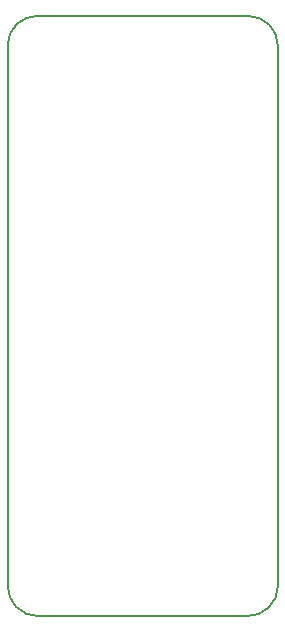
<source format=gbr>
%TF.GenerationSoftware,Altium Limited,Altium Designer,20.0.10 (225)*%
G04 Layer_Color=16711935*
%FSLAX26Y26*%
%MOIN*%
%TF.FileFunction,Other,Edge_Cutout*%
%TF.Part,Single*%
G01*
G75*
%TA.AperFunction,NonConductor*%
%ADD61C,0.005906*%
%ADD96C,0.005906*%
D61*
X306751Y2195597D02*
G03*
X206359Y2097193I-1968J-98404D01*
G01*
X306756Y195173D02*
X1005756D01*
X206693Y2097193D02*
X206693Y298236D01*
X1106299Y2095202D02*
X1106819Y295173D01*
X306770Y2195577D02*
X1006756D01*
D96*
X206372Y297181D02*
G03*
X306756Y194769I100384J-2008D01*
G01*
X1004748Y194789D02*
G03*
X1107160Y295173I2008J100384D01*
G01*
X1107140Y2093166D02*
G03*
X1006756Y2195577I-100384J2008D01*
G01*
%TF.MD5,c4bb0055a9e9d25b4352c254ae47044a*%
M02*

</source>
